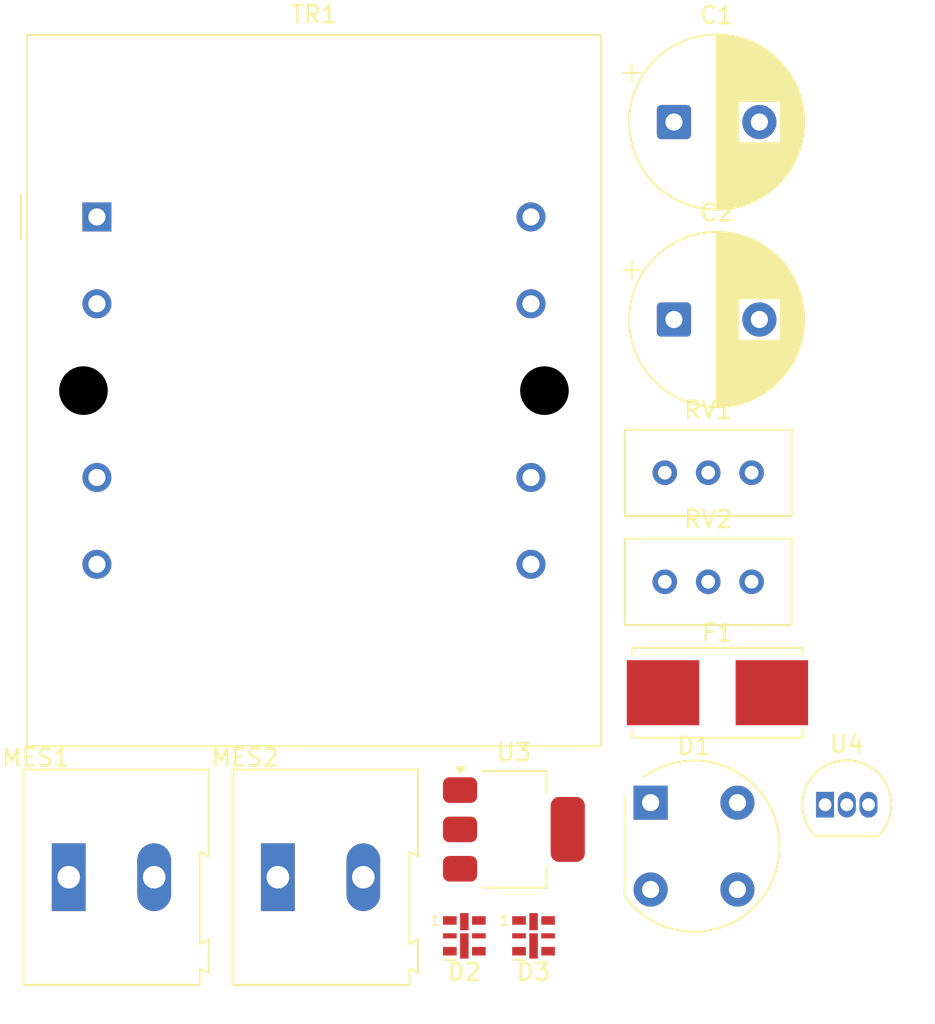
<source format=kicad_pcb>
(kicad_pcb (version 20241229) (generator "pcbnew") (generator_version "9.0")
  (layers (0 "F.Cu" signal) (2 "B.Cu" signal) (13 "F.Paste" user) (15 "B.Paste" user) (5 "F.SilkS" user "F.Silkscreen") (7 "B.SilkS" user "B.Silkscreen") (1 "F.Mask" user) (3 "B.Mask" user) (25 "Edge.Cuts" user))
  (net 0 "")
  (net 1 "Net-(D1--)")
  (net 2 "Net-(D1-Pad4)")
  (net 3 "Net-(D1-+)")
  (net 4 "GND")
  (net 5 "Net-(F1-Pad2)")
  (net 6 "GND1")
  (net 11 "Net-(U3-VO)")
  (net 12 "Net-(U3-VI)")
  (net 13 "Net-(U4-VI)")
  (net 14 "Net-(U4-VO)")
  (net 15 "Net-(D2-K)")
  (net 16 "Net-(D3-K)")
  (net 17 "120 v AC")
  (net 18 "Net-(MES1-Pad2)")
  (footprint "Potentiometer_THT:Potentiometer_Bourns_3296W_Vertical" (layer "F.Cu") (at 174.16 103.96)
    (property "Reference" "RV2" (at -2.54 -3.66 0) (layer "F.SilkS"))
    (property "Value" "R_Potentiometer_Trim_US")
    (fp_line (start -7.415 -2.52) (end -7.415 2.53) (stroke (width 0.12)) (layer "F.SilkS"))
    (fp_line (start -7.415 -2.52) (end 2.335 -2.52) (stroke (width 0.12)) (layer "F.SilkS"))
    (fp_line (start -7.415 2.53) (end 2.335 2.53) (stroke (width 0.12)) (layer "F.SilkS"))
    (fp_line (start 2.335 -2.52) (end 2.335 2.53) (stroke (width 0.12)) (layer "F.SilkS"))
    (pad "1" thru_hole circle (at 0 0) (size 1.44 1.44) (drill 0.8) (layers "*.Cu" "*.Mask") (net 4 "GND"))
    (pad "2" thru_hole circle (at -2.54 0) (size 1.44 1.44) (drill 0.8) (layers "*.Cu" "*.Mask") (net 13 "Net-(U4-VI)"))
    (pad "3" thru_hole circle (at -5.08 0) (size 1.44 1.44) (drill 0.8) (layers "*.Cu" "*.Mask") (net 16 "Net-(D3-K)"))
  )
  (footprint "Capacitor_THT:CP_Radial_D10.0mm_P5.00mm" (layer "F.Cu") (at 169.614646 77.07)
    (property "Reference" "C1" (at 2.5 -6.25 0) (layer "F.SilkS"))
    (property "Value" "2200 micro F")
    (fp_line (start -2.979646 -2.875) (end -1.979646 -2.875) (stroke (width 0.12)) (layer "F.SilkS"))
    (fp_line (start -2.479646 -3.375) (end -2.479646 -2.375) (stroke (width 0.12)) (layer "F.SilkS"))
    (fp_line (start 2.5 -5.08) (end 2.5 5.08) (stroke (width 0.12)) (layer "F.SilkS"))
    (fp_line (start 2.54 -5.08) (end 2.54 5.08) (stroke (width 0.12)) (layer "F.SilkS"))
    (fp_line (start 2.58 -5.079) (end 2.58 5.079) (stroke (width 0.12)) (layer "F.SilkS"))
    (fp_line (start 2.62 -5.079) (end 2.62 5.079) (stroke (width 0.12)) (layer "F.SilkS"))
    (fp_line (start 2.66 -5.077) (end 2.66 5.077) (stroke (width 0.12)) (layer "F.SilkS"))
    (fp_line (start 2.7 -5.076) (end 2.7 5.076) (stroke (width 0.12)) (layer "F.SilkS"))
    (fp_line (start 2.74 -5.074) (end 2.74 5.074) (stroke (width 0.12)) (layer "F.SilkS"))
    (fp_line (start 2.78 -5.072) (end 2.78 5.072) (stroke (width 0.12)) (layer "F.SilkS"))
    (fp_line (start 2.82 -5.07) (end 2.82 5.07) (stroke (width 0.12)) (layer "F.SilkS"))
    (fp_line (start 2.86 -5.067) (end 2.86 5.067) (stroke (width 0.12)) (layer "F.SilkS"))
    (fp_line (start 2.9 -5.064) (end 2.9 5.064) (stroke (width 0.12)) (layer "F.SilkS"))
    (fp_line (start 2.94 -5.061) (end 2.94 5.061) (stroke (width 0.12)) (layer "F.SilkS"))
    (fp_line (start 2.98 -5.057) (end 2.98 5.057) (stroke (width 0.12)) (layer "F.SilkS"))
    (fp_line (start 3.02 -5.054) (end 3.02 5.054) (stroke (width 0.12)) (layer "F.SilkS"))
    (fp_line (start 3.06 -5.049) (end 3.06 5.049) (stroke (width 0.12)) (layer "F.SilkS"))
    (fp_line (start 3.1 -5.045) (end 3.1 5.045) (stroke (width 0.12)) (layer "F.SilkS"))
    (fp_line (start 3.14 -5.04) (end 3.14 5.04) (stroke (width 0.12)) (layer "F.SilkS"))
    (fp_line (start 3.18 -5.035) (end 3.18 5.035) (stroke (width 0.12)) (layer "F.SilkS"))
    (fp_line (start 3.22 -5.029) (end 3.22 5.029) (stroke (width 0.12)) (layer "F.SilkS"))
    (fp_line (start 3.26 -5.023) (end 3.26 5.023) (stroke (width 0.12)) (layer "F.SilkS"))
    (fp_line (start 3.3 -5.017) (end 3.3 5.017) (stroke (width 0.12)) (layer "F.SilkS"))
    (fp_line (start 3.34 -5.011) (end 3.34 5.011) (stroke (width 0.12)) (layer "F.SilkS"))
    (fp_line (start 3.38 -5.004) (end 3.38 5.004) (stroke (width 0.12)) (layer "F.SilkS"))
    (fp_line (start 3.42 -4.997) (end 3.42 4.997) (stroke (width 0.12)) (layer "F.SilkS"))
    (fp_line (start 3.46 -4.989) (end 3.46 4.989) (stroke (width 0.12)) (layer "F.SilkS"))
    (fp_line (start 3.5 -4.981) (end 3.5 4.981) (stroke (width 0.12)) (layer "F.SilkS"))
    (fp_line (start 3.54 -4.973) (end 3.54 4.973) (stroke (width 0.12)) (layer "F.SilkS"))
    (fp_line (start 3.58 -4.965) (end 3.58 4.965) (stroke (width 0.12)) (layer "F.SilkS"))
    (fp_line (start 3.62 -4.956) (end 3.62 4.956) (stroke (width 0.12)) (layer "F.SilkS"))
    (fp_line (start 3.66 -4.947) (end 3.66 4.947) (stroke (width 0.12)) (layer "F.SilkS"))
    (fp_line (start 3.7 -4.937) (end 3.7 4.937) (stroke (width 0.12)) (layer "F.SilkS"))
    (fp_line (start 3.74 -4.928) (end 3.74 4.928) (stroke (width 0.12)) (layer "F.SilkS"))
    (fp_line (start 3.78 -4.917) (end 3.78 -1.24) (stroke (width 0.12)) (layer "F.SilkS"))
    (fp_line (start 3.78 1.24) (end 3.78 4.917) (stroke (width 0.12)) (layer "F.SilkS"))
    (fp_line (start 3.82 -4.907) (end 3.82 -1.24) (stroke (width 0.12)) (layer "F.SilkS"))
    (fp_line (start 3.82 1.24) (end 3.82 4.907) (stroke (width 0.12)) (layer "F.SilkS"))
    (fp_line (start 3.86 -4.896) (end 3.86 -1.24) (stroke (width 0.12)) (layer "F.SilkS"))
    (fp_line (start 3.86 1.24) (end 3.86 4.896) (stroke (width 0.12)) (layer "F.SilkS"))
    (fp_line (start 3.9 -4.885) (end 3.9 -1.24) (stroke (width 0.12)) (layer "F.SilkS"))
    (fp_line (start 3.9 1.24) (end 3.9 4.885) (stroke (width 0.12)) (layer "F.SilkS"))
    (fp_line (start 3.94 -4.873) (end 3.94 -1.24) (stroke (width 0.12)) (layer "F.SilkS"))
    (fp_line (start 3.94 1.24) (end 3.94 4.873) (stroke (width 0.12)) (layer "F.SilkS"))
    (fp_line (start 3.98 -4.861) (end 3.98 -1.24) (stroke (width 0.12)) (layer "F.SilkS"))
    (fp_line (start 3.98 1.24) (end 3.98 4.861) (stroke (width 0.12)) (layer "F.SilkS"))
    (fp_line (start 4.02 -4.849) (end 4.02 -1.24) (stroke (width 0.12)) (layer "F.SilkS"))
    (fp_line (start 4.02 1.24) (end 4.02 4.849) (stroke (width 0.12)) (layer "F.SilkS"))
    (fp_line (start 4.06 -4.837) (end 4.06 -1.24) (stroke (width 0.12)) (layer "F.SilkS"))
    (fp_line (start 4.06 1.24) (end 4.06 4.837) (stroke (width 0.12)) (layer "F.SilkS"))
    (fp_line (start 4.1 -4.824) (end 4.1 -1.24) (stroke (width 0.12)) (layer "F.SilkS"))
    (fp_line (start 4.1 1.24) (end 4.1 4.824) (stroke (width 0.12)) (layer "F.SilkS"))
    (fp_line (start 4.14 -4.81) (end 4.14 -1.24) (stroke (width 0.12)) (layer "F.SilkS"))
    (fp_line (start 4.14 1.24) (end 4.14 4.81) (stroke (width 0.12)) (layer "F.SilkS"))
    (fp_line (start 4.18 -4.797) (end 4.18 -1.24) (stroke (width 0.12)) (layer "F.SilkS"))
    (fp_line (start 4.18 1.24) (end 4.18 4.797) (stroke (width 0.12)) (layer "F.SilkS"))
    (fp_line (start 4.22 -4.782) (end 4.22 -1.24) (stroke (width 0.12)) (layer "F.SilkS"))
    (fp_line (start 4.22 1.24) (end 4.22 4.782) (stroke (width 0.12)) (layer "F.SilkS"))
    (fp_line (start 4.26 -4.768) (end 4.26 -1.24) (stroke (width 0.12)) (layer "F.SilkS"))
    (fp_line (start 4.26 1.24) (end 4.26 4.768) (stroke (width 0.12)) (layer "F.SilkS"))
    (fp_line (start 4.3 -4.753) (end 4.3 -1.24) (stroke (width 0.12)) (layer "F.SilkS"))
    (fp_line (start 4.3 1.24) (end 4.3 4.753) (stroke (width 0.12)) (layer "F.SilkS"))
    (fp_line (start 4.34 -4.738) (end 4.34 -1.24) (stroke (width 0.12)) (layer "F.SilkS"))
    (fp_line (start 4.34 1.24) (end 4.34 4.738) (stroke (width 0.12)) (layer "F.SilkS"))
    (fp_line (start 4.38 -4.722) (end 4.38 -1.24) (stroke (width 0.12)) (layer "F.SilkS"))
    (fp_line (start 4.38 1.24) (end 4.38 4.722) (stroke (width 0.12)) (layer "F.SilkS"))
    (fp_line (start 4.42 -4.706) (end 4.42 -1.24) (stroke (width 0.12)) (layer "F.SilkS"))
    (fp_line (start 4.42 1.24) (end 4.42 4.706) (stroke (width 0.12)) (layer "F.SilkS"))
    (fp_line (start 4.46 -4.69) (end 4.46 -1.24) (stroke (width 0.12)) (layer "F.SilkS"))
    (fp_line (start 4.46 1.24) (end 4.46 4.69) (stroke (width 0.12)) (layer "F.SilkS"))
    (fp_line (start 4.5 -4.673) (end 4.5 -1.24) (stroke (width 0.12)) (layer "F.SilkS"))
    (fp_line (start 4.5 1.24) (end 4.5 4.673) (stroke (width 0.12)) (layer "F.SilkS"))
    (fp_line (start 4.54 -4.656) (end 4.54 -1.24) (stroke (width 0.12)) (layer "F.SilkS"))
    (fp_line (start 4.54 1.24) (end 4.54 4.656) (stroke (width 0.12)) (layer "F.SilkS"))
    (fp_line (start 4.58 -4.638) (end 4.58 -1.24) (stroke (width 0.12)) (layer "F.SilkS"))
    (fp_line (start 4.58 1.24) (end 4.58 4.638) (stroke (width 0.12)) (layer "F.SilkS"))
    (fp_line (start 4.62 -4.62) (end 4.62 -1.24) (stroke (width 0.12)) (layer "F.SilkS"))
    (fp_line (start 4.62 1.24) (end 4.62 4.62) (stroke (width 0.12)) (layer "F.SilkS"))
    (fp_line (start 4.66 -4.602) (end 4.66 -1.24) (stroke (width 0.12)) (layer "F.SilkS"))
    (fp_line (start 4.66 1.24) (end 4.66 4.602) (stroke (width 0.12)) (layer "F.SilkS"))
    (fp_line (start 4.7 -4.583) (end 4.7 -1.24) (stroke (width 0.12)) (layer "F.SilkS"))
    (fp_line (start 4.7 1.24) (end 4.7 4.583) (stroke (width 0.12)) (layer "F.SilkS"))
    (fp_line (start 4.74 -4.564) (end 4.74 -1.24) (stroke (width 0.12)) (layer "F.SilkS"))
    (fp_line (start 4.74 1.24) (end 4.74 4.564) (stroke (width 0.12)) (layer "F.SilkS"))
    (fp_line (start 4.78 -4.544) (end 4.78 -1.24) (stroke (width 0.12)) (layer "F.SilkS"))
    (fp_line (start 4.78 1.24) (end 4.78 4.544) (stroke (width 0.12)) (layer "F.SilkS"))
    (fp_line (start 4.82 -4.524) (end 4.82 -1.24) (stroke (width 0.12)) (layer "F.SilkS"))
    (fp_line (start 4.82 1.24) (end 4.82 4.524) (stroke (width 0.12)) (layer "F.SilkS"))
    (fp_line (start 4.86 -4.504) (end 4.86 -1.24) (stroke (width 0.12)) (layer "F.SilkS"))
    (fp_line (start 4.86 1.24) (end 4.86 4.504) (stroke (width 0.12)) (layer "F.SilkS"))
    (fp_line (start 4.9 -4.483) (end 4.9 -1.24) (stroke (width 0.12)) (layer "F.SilkS"))
    (fp_line (start 4.9 1.24) (end 4.9 4.483) (stroke (width 0.12)) (layer "F.SilkS"))
    (fp_line (start 4.94 -4.461) (end 4.94 -1.24) (stroke (width 0.12)) (layer "F.SilkS"))
    (fp_line (start 4.94 1.24) (end 4.94 4.461) (stroke (width 0.12)) (layer "F.SilkS"))
    (fp_line (start 4.98 -4.439) (end 4.98 -1.24) (stroke (width 0.12)) (layer "F.SilkS"))
    (fp_line (start 4.98 1.24) (end 4.98 4.439) (stroke (width 0.12)) (layer "F.SilkS"))
    (fp_line (start 5.02 -4.417) (end 5.02 -1.24) (stroke (width 0.12)) (layer "F.SilkS"))
    (fp_line (start 5.02 1.24) (end 5.02 4.417) (stroke (width 0.12)) (layer "F.SilkS"))
    (fp_line (start 5.06 -4.394) (end 5.06 -1.24) (stroke (width 0.12)) (layer "F.SilkS"))
    (fp_line (start 5.06 1.24) (end 5.06 4.394) (stroke (width 0.12)) (layer "F.SilkS"))
    (fp_line (start 5.1 -4.371) (end 5.1 -1.24) (stroke (width 0.12)) (layer "F.SilkS"))
    (fp_line (start 5.1 1.24) (end 5.1 4.371) (stroke (width 0.12)) (layer "F.SilkS"))
    (fp_line (start 5.14 -4.347) (end 5.14 -1.24) (stroke (width 0.12)) (layer "F.SilkS"))
    (fp_line (start 5.14 1.24) (end 5.14 4.347) (stroke (width 0.12)) (layer "F.SilkS"))
    (fp_line (start 5.18 -4.323) (end 5.18 -1.24) (stroke (width 0.12)) (layer "F.SilkS"))
    (fp_line (start 5.18 1.24) (end 5.18 4.323) (stroke (width 0.12)) (layer "F.SilkS"))
    (fp_line (start 5.22 -4.298) (end 5.22 -1.24) (stroke (width 0.12)) (layer "F.SilkS"))
    (fp_line (start 5.22 1.24) (end 5.22 4.298) (stroke (width 0.12)) (layer "F.SilkS"))
    (fp_line (start 5.26 -4.272) (end 5.26 -1.24) (stroke (width 0.12)) (layer "F.SilkS"))
    (fp_line (start 5.26 1.24) (end 5.26 4.272) (stroke (width 0.12)) (layer "F.SilkS"))
    (fp_line (start 5.3 -4.247) (end 5.3 -1.24) (stroke (width 0.12)) (layer "F.SilkS"))
    (fp_line (start 5.3 1.24) (end 5.3 4.247) (stroke (width 0.12)) (layer "F.SilkS"))
    (fp_line (start 5.34 -4.22) (end 5.34 -1.24) (stroke (width 0.12)) (layer "F.SilkS"))
    (fp_line (start 5.34 1.24) (end 5.34 4.22) (stroke (width 0.12)) (layer "F.SilkS"))
    (fp_line (start 5.38 -4.193) (end 5.38 -1.24) (stroke (width 0.12)) (layer "F.SilkS"))
    (fp_line (start 5.38 1.24) (end 5.38 4.193) (stroke (width 0.12)) (layer "F.SilkS"))
    (fp_line (start 5.42 -4.166) (end 5.42 -1.24) (stroke (width 0.12)) (layer "F.SilkS"))
    (fp_line (start 5.42 1.24) (end 5.42 4.166) (stroke (width 0.12)) (layer "F.SilkS"))
    (fp_line (start 5.46 -4.138) (end 5.46 -1.24) (stroke (width 0.12)) (layer "F.SilkS"))
    (fp_line (start 5.46 1.24) (end 5.46 4.138) (stroke (width 0.12)) (layer "F.SilkS"))
    (fp_line (start 5.5 -4.109) (end 5.5 -1.24) (stroke (width 0.12)) (layer "F.SilkS"))
    (fp_line (start 5.5 1.24) (end 5.5 4.109) (stroke (width 0.12)) (layer "F.SilkS"))
    (fp_line (start 5.54 -4.08) (end 5.54 -1.24) (stroke (width 0.12)) (layer "F.SilkS"))
    (fp_line (start 5.54 1.24) (end 5.54 4.08) (stroke (width 0.12)) (layer "F.SilkS"))
    (fp_line (start 5.58 -4.05) (end 5.58 -1.24) (stroke (width 0.12)) (layer "F.SilkS"))
    (fp_line (start 5.58 1.24) (end 5.58 4.05) (stroke (width 0.12)) (layer "F.SilkS"))
    (fp_line (start 5.62 -4.02) (end 5.62 -1.24) (stroke (width 0.12)) (layer "F.SilkS"))
    (fp_line (start 5.62 1.24) (end 5.62 4.02) (stroke (width 0.12)) (layer "F.SilkS"))
    (fp_line (start 5.66 -3.988) (end 5.66 -1.24) (stroke (width 0.12)) (layer "F.SilkS"))
    (fp_line (start 5.66 1.24) (end 5.66 3.988) (stroke (width 0.12)) (layer "F.SilkS"))
    (fp_line (start 5.7 -3.957) (end 5.7 -1.24) (stroke (width 0.12)) (layer "F.SilkS"))
    (fp_line (start 5.7 1.24) (end 5.7 3.957) (stroke (width 0.12)) (layer "F.SilkS"))
    (fp_line (start 5.74 -3.924) (end 5.74 -1.24) (stroke (width 0.12)) (layer "F.SilkS"))
    (fp_line (start 5.74 1.24) (end 5.74 3.924) (stroke (width 0.12)) (layer "F.SilkS"))
    (fp_line (start 5.78 -3.891) (end 5.78 -1.24) (stroke (width 0.12)) (layer "F.SilkS"))
    (fp_line (start 5.78 1.24) (end 5.78 3.891) (stroke (width 0.12)) (layer "F.SilkS"))
    (fp_line (start 5.82 -3.858) (end 5.82 -1.24) (stroke (width 0.12)) (layer "F.SilkS"))
    (fp_line (start 5.82 1.24) (end 5.82 3.858) (stroke (width 0.12)) (layer "F.SilkS"))
    (fp_line (start 5.86 -3.823) (end 5.86 -1.24) (stroke (width 0.12)) (layer "F.SilkS"))
    (fp_line (start 5.86 1.24) (end 5.86 3.823) (stroke (width 0.12)) (layer "F.SilkS"))
    (fp_line (start 5.9 -3.788) (end 5.9 -1.24) (stroke (width 0.12)) (layer "F.SilkS"))
    (fp_line (start 5.9 1.24) (end 5.9 3.788) (stroke (width 0.12)) (layer "F.SilkS"))
    (fp_line (start 5.94 -3.752) (end 5.94 -1.24) (stroke (width 0.12)) (layer "F.SilkS"))
    (fp_line (start 5.94 1.24) (end 5.94 3.752) (stroke (width 0.12)) (layer "F.SilkS"))
    (fp_line (start 5.98 -3.716) (end 5.98 -1.24) (stroke (width 0.12)) (layer "F.SilkS"))
    (fp_line (start 5.98 1.24) (end 5.98 3.716) (stroke (width 0.12)) (layer "F.SilkS"))
    (fp_line (start 6.02 -3.678) (end 6.02 -1.24) (stroke (width 0.12)) (layer "F.SilkS"))
    (fp_line (start 6.02 1.24) (end 6.02 3.678) (stroke (width 0.12)) (layer "F.SilkS"))
    (fp_line (start 6.06 -3.64) (end 6.06 -1.24) (stroke (width 0.12)) (layer "F.SilkS"))
    (fp_line (start 6.06 1.24) (end 6.06 3.64) (stroke (width 0.12)) (layer "F.SilkS"))
    (fp_line (start 6.1 -3.601) (end 6.1 -1.24) (stroke (width 0.12)) (layer "F.SilkS"))
    (fp_line (start 6.1 1.24) (end 6.1 3.601) (stroke (width 0.12)) (layer "F.SilkS"))
    (fp_line (start 6.14 -3.561) (end 6.14 -1.24) (stroke (width 0.12)) (layer "F.SilkS"))
    (fp_line (start 6.14 1.24) (end 6.14 3.561) (stroke (width 0.12)) (layer "F.SilkS"))
    (fp_line (start 6.18 -3.52) (end 6.18 -1.24) (stroke (width 0.12)) (layer "F.SilkS"))
    (fp_line (start 6.18 1.24) (end 6.18 3.52) (stroke (width 0.12)) (layer "F.SilkS"))
    (fp_line (start 6.22 -3.478) (end 6.22 -1.24) (stroke (width 0.12)) (layer "F.SilkS"))
    (fp_line (start 6.22 1.24) (end 6.22 3.478) (stroke (width 0.12)) (layer "F.SilkS"))
    (fp_line (start 6.26 -3.435) (end 6.26 3.435) (stroke (width 0.12)) (layer "F.SilkS"))
    (fp_line (start 6.3 -3.391) (end 6.3 3.391) (stroke (width 0.12)) (layer "F.SilkS"))
    (fp_line (start 6.34 -3.347) (end 6.34 3.347) (stroke (width 0.12)) (layer "F.SilkS"))
    (fp_line (start 6.38 -3.301) (end 6.38 3.301) (stroke (width 0.12)) (layer "F.SilkS"))
    (fp_line (start 6.42 -3.254) (end 6.42 3.254) (stroke (width 0.12)) (layer "F.SilkS"))
    (fp_line (start 6.46 -3.205) (end 6.46 3.205) (stroke (width 0.12)) (layer "F.SilkS"))
    (fp_line (start 6.5 -3.156) (end 6.5 3.156) (stroke (width 0.12)) (layer "F.SilkS"))
    (fp_line (start 6.54 -3.105) (end 6.54 3.105) (stroke (width 0.12)) (layer "F.SilkS"))
    (fp_line (start 6.58 -3.053) (end 6.58 3.053) (stroke (width 0.12)) (layer "F.SilkS"))
    (fp_line (start 6.62 -3) (end 6.62 3) (stroke (width 0.12)) (layer "F.SilkS"))
    (fp_line (start 6.66 -2.945) (end 6.66 2.945) (stroke (width 0.12)) (layer "F.SilkS"))
    (fp_line (start 6.7 -2.888) (end 6.7 2.888) (stroke (width 0.12)) (layer "F.SilkS"))
    (fp_line (start 6.74 -2.83) (end 6.74 2.83) (stroke (width 0.12)) (layer "F.SilkS"))
    (fp_line (start 6.78 -2.77) (end 6.78 2.77) (stroke (width 0.12)) (layer "F.SilkS"))
    (fp_line (start 6.82 -2.708) (end 6.82 2.708) (stroke (width 0.12)) (layer "F.SilkS"))
    (fp_line (start 6.86 -2.644) (end 6.86 2.644) (stroke (width 0.12)) (layer "F.SilkS"))
    (fp_line (start 6.9 -2.578) (end 6.9 2.578) (stroke (width 0.12)) (layer "F.SilkS"))
    (fp_line (start 6.94 -2.51) (end 6.94 2.51) (stroke (width 0.12)) (layer "F.SilkS"))
    (fp_line (start 6.98 -2.439) (end 6.98 2.439) (stroke (width 0.12)) (layer "F.SilkS"))
    (fp_line (start 7.02 -2.365) (end 7.02 2.365) (stroke (width 0.12)) (layer "F.SilkS"))
    (fp_line (start 7.06 -2.288) (end 7.06 2.288) (stroke (width 0.12)) (layer "F.SilkS"))
    (fp_line (start 7.1 -2.208) (end 7.1 2.208) (stroke (width 0.12)) (layer "F.SilkS"))
    (fp_line (start 7.14 -2.124) (end 7.14 2.124) (stroke (width 0.12)) (layer "F.SilkS"))
    (fp_line (start 7.18 -2.037) (end 7.18 2.037) (stroke (width 0.12)) (layer "F.SilkS"))
    (fp_line (start 7.22 -1.944) (end 7.22 1.944) (stroke (width 0.12)) (layer "F.SilkS"))
    (fp_line (start 7.26 -1.846) (end 7.26 1.846) (stroke (width 0.12)) (layer "F.SilkS"))
    (fp_line (start 7.3 -1.742) (end 7.3 1.742) (stroke (width 0.12)) (layer "F.SilkS"))
    (fp_line (start 7.34 -1.63) (end 7.34 1.63) (stroke (width 0.12)) (layer "F.SilkS"))
    (fp_line (start 7.38 -1.509) (end 7.38 1.509) (stroke (width 0.12)) (layer "F.SilkS"))
    (fp_line (start 7.42 -1.377) (end 7.42 1.377) (stroke (width 0.12)) (layer "F.SilkS"))
    (fp_line (start 7.46 -1.23) (end 7.46 1.23) (stroke (width 0.12)) (layer "F.SilkS"))
    (fp_line (start 7.5 -1.062) (end 7.5 1.062) (stroke (width 0.12)) (layer "F.SilkS"))
    (fp_line (start 7.54 -0.862) (end 7.54 0.862) (stroke (width 0.12)) (layer "F.SilkS"))
    (fp_line (start 7.58 -0.599) (end 7.58 0.599) (stroke (width 0.12)) (layer "F.SilkS"))
    (fp_circle (center 2.5 0) (end 7.62 0) (stroke (width 0.12)) (fill no) (layer "F.SilkS"))
    (pad "1" thru_hole roundrect (at 0 0) (size 2 2) (drill 1) (layers "*.Cu" "*.Mask") (roundrect_rratio 0.125) (net 11 "Net-(U3-VO)"))
    (pad "2" thru_hole circle (at 5 0) (size 2 2) (drill 1) (layers "*.Cu" "*.Mask") (net 3 "Net-(D1-+)"))
  )
  (footprint "Transformer_THT:Transformer_Triad_VPP16-310" (layer "F.Cu") (at 135.85 82.62)
    (property "Reference" "TR1" (at 12.7 -11.84 0) (layer "F.SilkS"))
    (property "Value" "Triad_VPP16-310")
    (fp_line (start -4.445 -1.27) (end -4.445 1.27) (stroke (width 0.12)) (layer "F.SilkS"))
    (fp_rect (start -4.1 -10.64) (end 29.5 30.96) (stroke (width 0.12)) (fill no) (layer "F.SilkS"))
    (pad "" np_thru_hole circle (at -0.7874 10.16) (size 2.8448 2.8448) (drill 2.8448) (layers "*.Mask"))
    (pad "" np_thru_hole circle (at 26.1874 10.16) (size 2.8448 2.8448) (drill 2.8448) (layers "*.Mask"))
    (pad "1" thru_hole rect (at 0 0) (size 1.7 1.7) (drill 1) (layers "*.Cu" "*.Mask") (net 5 "Net-(F1-Pad2)"))
    (pad "3" thru_hole circle (at 0 5.08) (size 1.7 1.7) (drill 1) (layers "*.Cu" "*.Mask"))
    (pad "4" thru_hole circle (at 0 15.24) (size 1.7 1.7) (drill 1) (layers "*.Cu" "*.Mask"))
    (pad "6" thru_hole circle (at 0 20.32) (size 1.7 1.7) (drill 1) (layers "*.Cu" "*.Mask") (net 6 "GND1"))
    (pad "7" thru_hole circle (at 25.4 0) (size 1.7 1.7) (drill 1) (layers "*.Cu" "*.Mask") (net 2 "Net-(D1-Pad4)"))
    (pad "9" thru_hole circle (at 25.4 5.08) (size 1.7 1.7) (drill 1) (layers "*.Cu" "*.Mask"))
    (pad "10" thru_hole circle (at 25.4 15.24) (size 1.7 1.7) (drill 1) (layers "*.Cu" "*.Mask"))
    (pad "12" thru_hole circle (at 25.4 20.32) (size 1.7 1.7) (drill 1) (layers "*.Cu" "*.Mask") (net 4 "GND"))
  )
  (footprint "LED_SMD:LED-APA102-2020" (layer "F.Cu") (at 161.4 124.67)
    (property "Reference" "D3" (at 0 2.11 0) (layer "F.SilkS"))
    (property "Value" "LED")
    (fp_line (start -1.2 1.4) (end -0.5 1.4) (stroke (width 0.12)) (layer "F.SilkS"))
    (fp_text user "1" (at -1.7 -0.9 0) (layer "F.SilkS") (effects (font (size 0.6 0.6) (thickness 0.1))))
    (pad "1" smd rect (at -0.85 -0.9) (size 0.8 0.5) (layers "F.Cu" "F.Mask" "F.Paste") (net 16 "Net-(D3-K)"))
    (pad "1" smd rect (at 0 -0.83 90) (size 1 0.5) (layers "F.Cu" "F.Mask" "F.Paste") (net 16 "Net-(D3-K)"))
    (pad "2" smd rect (at -0.85 0) (size 0.8 0.3) (layers "F.Cu" "F.Mask" "F.Paste") (net 4 "GND"))
    (pad "3" smd rect (at -0.85 0.9) (size 0.8 0.5) (layers "F.Cu" "F.Mask" "F.Paste"))
    (pad "4" smd rect (at 0.85 0.9) (size 0.8 0.5) (layers "F.Cu" "F.Mask" "F.Paste"))
    (pad "5" smd rect (at 0.85 0) (size 0.8 0.3) (layers "F.Cu" "F.Mask" "F.Paste"))
    (pad "6" smd rect (at 0 0.59 90) (size 1.48 0.5) (layers "F.Cu" "F.Mask" "F.Paste"))
    (pad "6" smd rect (at 0.85 -0.9) (size 0.8 0.5) (layers "F.Cu" "F.Mask" "F.Paste"))
  )
  (footprint "TerminalBlock:TerminalBlock_Altech_AK300-2_P5.00mm" (layer "F.Cu") (at 146.44 121.24)
    (property "Reference" "MES2" (at -1.92 -6.99 0) (layer "F.SilkS"))
    (property "Value" "Ammeter_AC")
    (fp_line (start -2.65 -6.3) (end -2.65 6.3) (stroke (width 0.12)) (layer "F.SilkS"))
    (fp_line (start -2.65 6.3) (end 7.7 6.3) (stroke (width 0.12)) (layer "F.SilkS"))
    (fp_line (start 7.7 -1.5) (end 8.2 -1.2) (stroke (width 0.12)) (layer "F.SilkS"))
    (fp_line (start 7.7 3.9) (end 7.7 -1.5) (stroke (width 0.12)) (layer "F.SilkS"))
    (fp_line (start 7.7 5.35) (end 8.2 5.6) (stroke (width 0.12)) (layer "F.SilkS"))
    (fp_line (start 7.7 6.3) (end 7.7 5.35) (stroke (width 0.12)) (layer "F.SilkS"))
    (fp_line (start 8.2 -6.3) (end -2.65 -6.3) (stroke (width 0.12)) (layer "F.SilkS"))
    (fp_line (start 8.2 -1.2) (end 8.2 -6.3) (stroke (width 0.12)) (layer "F.SilkS"))
    (fp_line (start 8.2 3.65) (end 7.7 3.9) (stroke (width 0.12)) (layer "F.SilkS"))
    (fp_line (start 8.2 3.7) (end 8.2 3.65) (stroke (width 0.12)) (layer "F.SilkS"))
    (fp_line (start 8.2 5.6) (end 8.2 3.7) (stroke (width 0.12)) (layer "F.SilkS"))
    (pad "1" thru_hole rect (at 0 0) (size 1.98 3.96) (drill 1.32) (layers "*.Cu" "*.Mask") (net 18 "Net-(MES1-Pad2)"))
    (pad "2" thru_hole oval (at 5 0) (size 1.98 3.96) (drill 1.32) (layers "*.Cu" "*.Mask") (net 17 "120 v AC"))
  )
  (footprint "Potentiometer_THT:Potentiometer_Bourns_3296W_Vertical" (layer "F.Cu") (at 174.16 97.58)
    (property "Reference" "RV1" (at -2.54 -3.66 0) (layer "F.SilkS"))
    (property "Value" "R_Potentiometer_Trim_US")
    (fp_line (start -7.415 -2.52) (end -7.415 2.53) (stroke (width 0.12)) (layer "F.SilkS"))
    (fp_line (start -7.415 -2.52) (end 2.335 -2.52) (stroke (width 0.12)) (layer "F.SilkS"))
    (fp_line (start -7.415 2.53) (end 2.335 2.53) (stroke (width 0.12)) (layer "F.SilkS"))
    (fp_line (start 2.335 -2.52) (end 2.335 2.53) (stroke (width 0.12)) (layer "F.SilkS"))
    (pad "1" thru_hole circle (at 0 0) (size 1.44 1.44) (drill 0.8) (layers "*.Cu" "*.Mask") (net 15 "Net-(D2-K)"))
    (pad "2" thru_hole circle (at -2.54 0) (size 1.44 1.44) (drill 0.8) (layers "*.Cu" "*.Mask") (net 12 "Net-(U3-VI)"))
    (pad "3" thru_hole circle (at -5.08 0) (size 1.44 1.44) (drill 0.8) (layers "*.Cu" "*.Mask") (net 4 "GND"))
  )
  (footprint "Diode_THT:Diode_Bridge_Round_D9.8mm" (layer "F.Cu") (at 168.25 116.88)
    (property "Reference" "D1" (at 2.54 -3.302 0) (layer "F.SilkS"))
    (property "Value" "W01G")
    (fp_line (start -1.524 -0.381) (end -1.524 5.461) (stroke (width 0.12)) (layer "F.SilkS"))
    (fp_arc (start -0.381 -1.524) (mid 7.479141 3.348223) (end -1.524 5.461) (stroke (width 0.12)) (layer "F.SilkS"))
    (pad "1" thru_hole rect (at 0 0) (size 2 2) (drill 1) (layers "*.Cu" "*.Mask") (net 3 "Net-(D1-+)"))
    (pad "2" thru_hole oval (at 0 5.08) (size 2 2) (drill 1) (layers "*.Cu" "*.Mask") (net 4 "GND"))
    (pad "3" thru_hole oval (at 5.08 5.08) (size 2 2) (drill 1) (layers "*.Cu" "*.Mask") (net 1 "Net-(D1--)"))
    (pad "4" thru_hole oval (at 5.08 0) (size 2 2) (drill 1) (layers "*.Cu" "*.Mask") (net 2 "Net-(D1-Pad4)"))
  )
  (footprint "Fuse:Fuseholder_Littelfuse_Nano2_154x" (layer "F.Cu") (at 172.16 110.45)
    (property "Reference" "F1" (at 0 -3.5 0) (layer "F.SilkS"))
    (property "Value" "Fuse")
    (fp_line (start -4.975 -2.625) (end -4.975 -2.165) (stroke (width 0.12)) (layer "F.SilkS"))
    (fp_line (start -4.975 -2.625) (end 4.975 -2.625) (stroke (width 0.12)) (layer "F.SilkS"))
    (fp_line (start -4.975 2.165) (end -4.975 2.625) (stroke (width 0.12)) (layer "F.SilkS"))
    (fp_line (start -4.975 2.625) (end 4.975 2.625) (stroke (width 0.12)) (layer "F.SilkS"))
    (fp_line (start 4.975 -2.625) (end 4.975 -2.165) (stroke (width 0.12)) (layer "F.SilkS"))
    (fp_line (start 4.975 2.625) (end 4.975 2.165) (stroke (width 0.12)) (layer "F.SilkS"))
    (pad "1" smd rect (at -3.185 0) (size 4.24 3.81) (layers "F.Cu" "F.Mask" "F.Paste") (net 17 "120 v AC"))
    (pad "2" smd rect (at 3.185 0) (size 4.24 3.81) (layers "F.Cu" "F.Mask" "F.Paste") (net 5 "Net-(F1-Pad2)"))
  )
  (footprint "Package_TO_SOT_THT:TO-92_Inline" (layer "F.Cu") (at 178.46 117)
    (property "Reference" "U4" (at 1.27 -3.56 0) (layer "F.SilkS"))
    (property "Value" "LM337L_TO92")
    (fp_line (start -0.53 1.85) (end 3.07 1.85) (stroke (width 0.12)) (layer "F.SilkS"))
    (fp_arc (start -0.568478 1.838478) (mid -1.132087 -0.994977) (end 1.27 -2.6) (stroke (width 0.12)) (layer "F.SilkS"))
    (fp_arc (start 1.27 -2.6) (mid 3.672087 -0.994977) (end 3.108478 1.838478) (stroke (width 0.12)) (layer "F.SilkS"))
    (pad "1" thru_hole rect (at 0 0) (size 1.05 1.5) (drill 0.75) (layers "*.Cu" "*.Mask") (net 4 "GND"))
    (pad "2" thru_hole oval (at 1.27 0) (size 1.05 1.5) (drill 0.75) (layers "*.Cu" "*.Mask") (net 14 "Net-(U4-VO)"))
    (pad "3" thru_hole oval (at 2.54 0) (size 1.05 1.5) (drill 0.75) (layers "*.Cu" "*.Mask") (net 13 "Net-(U4-VI)"))
  )
  (footprint "Capacitor_THT:CP_Radial_D10.0mm_P5.00mm" (layer "F.Cu") (at 169.614646 88.62)
    (property "Reference" "C2" (at 2.5 -6.25 0) (layer "F.SilkS"))
    (property "Value" "C_US")
    (fp_line (start -2.979646 -2.875) (end -1.979646 -2.875) (stroke (width 0.12)) (layer "F.SilkS"))
    (fp_line (start -2.479646 -3.375) (end -2.479646 -2.375) (stroke (width 0.12)) (layer "F.SilkS"))
    (fp_line (start 2.5 -5.08) (end 2.5 5.08) (stroke (width 0.12)) (layer "F.SilkS"))
    (fp_line (start 2.54 -5.08) (end 2.54 5.08) (stroke (width 0.12)) (layer "F.SilkS"))
    (fp_line (start 2.58 -5.079) (end 2.58 5.079) (stroke (width 0.12)) (layer "F.SilkS"))
    (fp_line (start 2.62 -5.079) (end 2.62 5.079) (stroke (width 0.12)) (layer "F.SilkS"))
    (fp_line (start 2.66 -5.077) (end 2.66 5.077) (stroke (width 0.12)) (layer "F.SilkS"))
    (fp_line (start 2.7 -5.076) (end 2.7 5.076) (stroke (width 0.12)) (layer "F.SilkS"))
    (fp_line (start 2.74 -5.074) (end 2.74 5.074) (stroke (width 0.12)) (layer "F.SilkS"))
    (fp_line (start 2.78 -5.072) (end 2.78 5.072) (stroke (width 0.12)) (layer "F.SilkS"))
    (fp_line (start 2.82 -5.07) (end 2.82 5.07) (stroke (width 0.12)) (layer "F.SilkS"))
    (fp_line (start 2.86 -5.067) (end 2.86 5.067) (stroke (width 0.12)) (layer "F.SilkS"))
    (fp_line (start 2.9 -5.064) (end 2.9 5.064) (stroke (width 0.12)) (layer "F.SilkS"))
    (fp_line (start 2.94 -5.061) (end 2.94 5.061) (stroke (width 0.12)) (layer "F.SilkS"))
    (fp_line (start 2.98 -5.057) (end 2.98 5.057) (stroke (width 0.12)) (layer "F.SilkS"))
    (fp_line (start 3.02 -5.054) (end 3.02 5.054) (stroke (width 0.12)) (layer "F.SilkS"))
    (fp_line (start 3.06 -5.049) (end 3.06 5.049) (stroke (width 0.12)) (layer "F.SilkS"))
    (fp_line (start 3.1 -5.045) (end 3.1 5.045) (stroke (width 0.12)) (layer "F.SilkS"))
    (fp_line (start 3.14 -5.04) (end 3.14 5.04) (stroke (width 0.12)) (layer "F.SilkS"))
    (fp_line (start 3.18 -5.035) (end 3.18 5.035) (stroke (width 0.12)) (layer "F.SilkS"))
    (fp_line (start 3.22 -5.029) (end 3.22 5.029) (stroke (width 0.12)) (layer "F.SilkS"))
    (fp_line (start 3.26 -5.023) (end 3.26 5.023) (stroke (width 0.12)) (layer "F.SilkS"))
    (fp_line (start 3.3 -5.017) (end 3.3 5.017) (stroke (width 0.12)) (layer "F.SilkS"))
    (fp_line (start 3.34 -5.011) (end 3.34 5.011) (stroke (width 0.12)) (layer "F.SilkS"))
    (fp_line (start 3.38 -5.004) (end 3.38 5.004) (stroke (width 0.12)) (layer "F.SilkS"))
    (fp_line (start 3.42 -4.997) (end 3.42 4.997) (stroke (width 0.12)) (layer "F.SilkS"))
    (fp_line (start 3.46 -4.989) (end 3.46 4.989) (stroke (width 0.12)) (layer "F.SilkS"))
    (fp_line (start 3.5 -4.981) (end 3.5 4.981) (stroke (width 0.12)) (layer "F.SilkS"))
    (fp_line (start 3.54 -4.973) (end 3.54 4.973) (stroke (width 0.12)) (layer "F.SilkS"))
    (fp_line (start 3.58 -4.965) (end 3.58 4.965) (stroke (width 0.12)) (layer "F.SilkS"))
    (fp_line (start 3.62 -4.956) (end 3.62 4.956) (stroke (width 0.12)) (layer "F.SilkS"))
    (fp_line (start 3.66 -4.947) (end 3.66 4.947) (stroke (width 0.12)) (layer "F.SilkS"))
    (fp_line (start 3.7 -4.937) (end 3.7 4.937) (stroke (width 0.12)) (layer "F.SilkS"))
    (fp_line (start 3.74 -4.928) (end 3.74 4.928) (stroke (width 0.12)) (layer "F.SilkS"))
    (fp_line (start 3.78 -4.917) (end 3.78 -1.24) (stroke (width 0.12)) (layer "F.SilkS"))
    (fp_line (start 3.78 1.24) (end 3.78 4.917) (stroke (width 0.12)) (layer "F.SilkS"))
    (fp_line (start 3.82 -4.907) (end 3.82 -1.24) (stroke (width 0.12)) (layer "F.SilkS"))
    (fp_line (start 3.82 1.24) (end 3.82 4.907) (stroke (width 0.12)) (layer "F.SilkS"))
    (fp_line (start 3.86 -4.896) (end 3.86 -1.24) (stroke (width 0.12)) (layer "F.SilkS"))
    (fp_line (start 3.86 1.24) (end 3.86 4.896) (stroke (width 0.12)) (layer "F.SilkS"))
    (fp_line (start 3.9 -4.885) (end 3.9 -1.24) (stroke (width 0.12)) (layer "F.SilkS"))
    (fp_line (start 3.9 1.24) (end 3.9 4.885) (stroke (width 0.12)) (layer "F.SilkS"))
    (fp_line (start 3.94 -4.873) (end 3.94 -1.24) (stroke (width 0.12)) (layer "F.SilkS"))
    (fp_line (start 3.94 1.24) (end 3.94 4.873) (stroke (width 0.12)) (layer "F.SilkS"))
    (fp_line (start 3.98 -4.861) (end 3.98 -1.24) (stroke (width 0.12)) (layer "F.SilkS"))
    (fp_line (start 3.98 1.24) (end 3.98 4.861) (stroke (width 0.12)) (layer "F.SilkS"))
    (fp_line (start 4.02 -4.849) (end 4.02 -1.24) (stroke (width 0.12)) (layer "F.SilkS"))
    (fp_line (start 4.02 1.24) (end 4.02 4.849) (stroke (width 0.12)) (layer "F.SilkS"))
    (fp_line (start 4.06 -4.837) (end 4.06 -1.24) (stroke (width 0.12)) (layer "F.SilkS"))
    (fp_line (start 4.06 1.24) (end 4.06 4.837) (stroke (width 0.12)) (layer "F.SilkS"))
    (fp_line (start 4.1 -4.824) (end 4.1 -1.24) (stroke (width 0.12)) (layer "F.SilkS"))
    (fp_line (start 4.1 1.24) (end 4.1 4.824) (stroke (width 0.12)) (layer "F.SilkS"))
    (fp_line (start 4.14 -4.81) (end 4.14 -1.24) (stroke (width 0.12)) (layer "F.SilkS"))
    (fp_line (start 4.14 1.24) (end 4.14 4.81) (stroke (width 0.12)) (layer "F.SilkS"))
    (fp_line (start 4.18 -4.797) (end 4.18 -1.24) (stroke (width 0.12)) (layer "F.SilkS"))
    (fp_line (start 4.18 1.24) (end 4.18 4.797) (stroke (width 0.12)) (layer "F.SilkS"))
    (fp_line (start 4.22 -4.782) (end 4.22 -1.24) (stroke (width 0.12)) (layer "F.SilkS"))
    (fp_line (start 4.22 1.24) (end 4.22 4.782) (stroke (width 0.12)) (layer "F.SilkS"))
    (fp_line (start 4.26 -4.768) (end 4.26 -1.24) (stroke (width 0.12)) (layer "F.SilkS"))
    (fp_line (start 4.26 1.24) (end 4.26 4.768) (stroke (width 0.12)) (layer "F.SilkS"))
    (fp_line (start 4.3 -4.753) (end 4.3 -1.24) (stroke (width 0.12)) (layer "F.SilkS"))
    (fp_line (start 4.3 1.24) (end 4.3 4.753) (stroke (width 0.12)) (layer "F.SilkS"))
    (fp_line (start 4.34 -4.738) (end 4.34 -1.24) (stroke (width 0.12)) (layer "F.SilkS"))
    (fp_line (start 4.34 1.24) (end 4.34 4.738) (stroke (width 0.12)) (layer "F.SilkS"))
    (fp_line (start 4.38 -4.722) (end 4.38 -1.24) (stroke (width 0.12)) (layer "F.SilkS"))
    (fp_line (start 4.38 1.24) (end 4.38 4.722) (stroke (width 0.12)) (layer "F.SilkS"))
    (fp_line (start 4.42 -4.706) (end 4.42 -1.24) (stroke (width 0.12)) (layer "F.SilkS"))
    (fp_line (start 4.42 1.24) (end 4.42 4.706) (stroke (width 0.12)) (layer "F.SilkS"))
    (fp_line (start 4.46 -4.69) (end 4.46 -1.24) (stroke (width 0.12)) (layer "F.SilkS"))
    (fp_line (start 4.46 1.24) (end 4.46 4.69) (stroke (width 0.12)) (layer "F.SilkS"))
    (fp_line (start 4.5 -4.673) (end 4.5 -1.24) (stroke (width 0.12)) (layer "F.SilkS"))
    (fp_line (start 4.5 1.24) (end 4.5 4.673) (stroke (width 0.12)) (layer "F.SilkS"))
    (fp_line (start 4.54 -4.656) (end 4.54 -1.24) (stroke (width 0.12)) (layer "F.SilkS"))
    (fp_line (start 4.54 1.24) (end 4.54 4.656) (stroke (width 0.12)) (layer "F.SilkS"))
    (fp_line (start 4.58 -4.638) (end 4.58 -1.24) (stroke (width 0.12)) (layer "F.SilkS"))
    (fp_line (start 4.58 1.24) (end 4.58 4.638) (stroke (width 0.12)) (layer "F.SilkS"))
    (fp_line (start 4.62 -4.62) (end 4.62 -1.24) (stroke (width 0.12)) (layer "F.SilkS"))
    (fp_line (start 4.62 1.24) (end 4.62 4.62) (stroke (width 0.12)) (layer "F.SilkS"))
    (fp_line (start 4.66 -4.602) (end 4.66 -1.24) (stroke (width 0.12)) (layer "F.SilkS"))
    (fp_line (start 4.66 1.24) (end 4.66 4.602) (stroke (width 0.12)) (layer "F.SilkS"))
    (fp_line (start 4.7 -4.583) (end 4.7 -1.24) (stroke (width 0.12)) (layer "F.SilkS"))
    (fp_line (start 4.7 1.24) (end 4.7 4.583) (stroke (width 0.12)) (layer "F.SilkS"))
    (fp_line (start 4.74 -4.564) (end 4.74 -1.24) (stroke (width 0.12)) (layer "F.SilkS"))
    (fp_line (start 4.74 1.24) (end 4.74 4.564) (stroke (width 0.12)) (layer "F.SilkS"))
    (fp_line (start 4.78 -4.544) (end 4.78 -1.24) (stroke (width 0.12)) (layer "F.SilkS"))
    (fp_line (start 4.78 1.24) (end 4.78 4.544) (stroke (width 0.12)) (layer "F.SilkS"))
    (fp_line (start 4.82 -4.524) (end 4.82 -1.24) (stroke (width 0.12)) (layer "F.SilkS"))
    (fp_line (start 4.82 1.24) (end 4.82 4.524) (stroke (width 0.12)) (layer "F.SilkS"))
    (fp_line (start 4.86 -4.504) (end 4.86 -1.24) (stroke (width 0.12)) (layer "F.SilkS"))
    (fp_line (start 4.86 1.24) (end 4.86 4.504) (stroke (width 0.12)) (layer "F.SilkS"))
    (fp_line (start 4.9 -4.483) (end 4.9 -1.24) (stroke (width 0.12)) (layer "F.SilkS"))
    (fp_line (start 4.9 1.24) (end 4.9 4.483) (stroke (width 0.12)) (layer "F.SilkS"))
    (fp_line (start 4.94 -4.461) (end 4.94 -1.24) (stroke (width 0.12)) (layer "F.SilkS"))
    (fp_line (start 4.94 1.24) (end 4.94 4.461) (stroke (width 0.12)) (layer "F.SilkS"))
    (fp_line (start 4.98 -4.439) (end 4.98 -1.24) (stroke (width 0.12)) (layer "F.SilkS"))
    (fp_line (start 4.98 1.24) (end 4.98 4.439) (stroke (width 0.12)) (layer "F.SilkS"))
    (fp_line (start 5.02 -4.417) (end 5.02 -1.24) (stroke (width 0.12)) (layer "F.SilkS"))
    (fp_line (start 5.02 1.24) (end 5.02 4.417) (stroke (width 0.12)) (layer "F.SilkS"))
    (fp_line (start 5.06 -4.394) (end 5.06 -1.24) (stroke (width 0.12)) (layer "F.SilkS"))
    (fp_line (start 5.06 1.24) (end 5.06 4.394) (stroke (width 0.12)) (layer "F.SilkS"))
    (fp_line (start 5.1 -4.371) (end 5.1 -1.24) (stroke (width 0.12)) (layer "F.SilkS"))
    (fp_line (start 5.1 1.24) (end 5.1 4.371) (stroke (width 0.12)) (layer "F.SilkS"))
    (fp_line (start 5.14 -4.347) (end 5.14 -1.24) (stroke (width 0.12)) (layer "F.SilkS"))
    (fp_line (start 5.14 1.24) (end 5.14 4.347) (stroke (width 0.12)) (layer "F.SilkS"))
    (fp_line (start 5.18 -4.323) (end 5.18 -1.24) (stroke (width 0.12)) (layer "F.SilkS"))
    (fp_line (start 5.18 1.24) (end 5.18 4.323) (stroke (width 0.12)) (layer "F.SilkS"))
    (fp_line (start 5.22 -4.298) (end 5.22 -1.24) (stroke (width 0.12)) (layer "F.SilkS"))
    (fp_line (start 5.22 1.24) (end 5.22 4.298) (stroke (width 0.12)) (layer "F.SilkS"))
    (fp_line (start 5.26 -4.272) (end 5.26 -1.24) (stroke (width 0.12)) (layer "F.SilkS"))
    (fp_line (start 5.26 1.24) (end 5.26 4.272) (stroke (width 0.12)) (layer "F.SilkS"))
    (fp_line (start 5.3 -4.247) (end 5.3 -1.24) (stroke (width 0.12)) (layer "F.SilkS"))
    (fp_line (start 5.3 1.24) (end 5.3 4.247) (stroke (width 0.12)) (layer "F.SilkS"))
    (fp_line (start 5.34 -4.22) (end 5.34 -1.24) (stroke (width 0.12)) (layer "F.SilkS"))
    (fp_line (start 5.34 1.24) (end 5.34 4.22) (stroke (width 0.12)) (layer "F.SilkS"))
    (fp_line (start 5.38 -4.193) (end 5.38 -1.24) (stroke (width 0.12)) (layer "F.SilkS"))
    (fp_line (start 5.38 1.24) (end 5.38 4.193) (stroke (width 0.12)) (layer "F.SilkS"))
    (fp_line (start 5.42 -4.166) (end 5.42 -1.24) (stroke (width 0.12)) (layer "F.SilkS"))
    (fp_line (start 5.42 1.24) (end 5.42 4.166) (stroke (width 0.12)) (layer "F.SilkS"))
    (fp_line (start 5.46 -4.138) (end 5.46 -1.24) (stroke (width 0.12)) (layer "F.SilkS"))
    (fp_line (start 5.46 1.24) (end 5.46 4.138) (stroke (width 0.12)) (layer "F.SilkS"))
    (fp_line (start 5.5 -4.109) (end 5.5 -1.24) (stroke (width 0.12)) (layer "F.SilkS"))
    (fp_line (start 5.5 1.24) (end 5.5 4.109) (stroke (width 0.12)) (layer "F.SilkS"))
    (fp_line (start 5.54 -4.08) (end 5.54 -1.24) (stroke (width 0.12)) (layer "F.SilkS"))
    (fp_line (start 5.54 1.24) (end 5.54 4.08) (stroke (width 0.12)) (layer "F.SilkS"))
    (fp_line (start 5.58 -4.05) (end 5.58 -1.24) (stroke (width 0.12)) (layer "F.SilkS"))
    (fp_line (start 5.58 1.24) (end 5.58 4.05) (stroke (width 0.12)) (layer "F.SilkS"))
    (fp_line (start 5.62 -4.02) (end 5.62 -1.24) (stroke (width 0.12)) (layer "F.SilkS"))
    (fp_line (start 5.62 1.24) (end 5.62 4.02) (stroke (width 0.12)) (layer "F.SilkS"))
    (fp_line (start 5.66 -3.988) (end 5.66 -1.24) (stroke (width 0.12)) (layer "F.SilkS"))
    (fp_line (start 5.66 1.24) (end 5.66 3.988) (stroke (width 0.12)) (layer "F.SilkS"))
    (fp_line (start 5.7 -3.957) (end 5.7 -1.24) (stroke (width 0.12)) (layer "F.SilkS"))
    (fp_line (start 5.7 1.24) (end 5.7 3.957) (stroke (width 0.12)) (layer "F.SilkS"))
    (fp_line (start 5.74 -3.924) (end 5.74 -1.24) (stroke (width 0.12)) (layer "F.SilkS"))
    (fp_line (start 5.74 1.24) (end 5.74 3.924) (stroke (width 0.12)) (layer "F.SilkS"))
    (fp_line (start 5.78 -3.891) (end 5.78 -1.24) (stroke (width 0.12)) (layer "F.SilkS"))
    (fp_line (start 5.78 1.24) (end 5.78 3.891) (stroke (width 0.12)) (layer "F.SilkS"))
    (fp_line (start 5.82 -3.858) (end 5.82 -1.24) (stroke (width 0.12)) (layer "F.SilkS"))
    (fp_line (start 5.82 1.24) (end 5.82 3.858) (stroke (width 0.12)) (layer "F.SilkS"))
    (fp_line (start 5.86 -3.823) (end 5.86 -1.24) (stroke (width 0.12)) (layer "F.SilkS"))
    (fp_line (start 5.86 1.24) (end 5.86 3.823) (stroke (width 0.12)) (layer "F.SilkS"))
    (fp_line (start 5.9 -3.788) (end 5.9 -1.24) (stroke (width 0.12)) (layer "F.SilkS"))
    (fp_line (start 5.9 1.24) (end 5.9 3.788) (stroke (width 0.12)) (layer "F.SilkS"))
    (fp_line (start 5.94 -3.752) (end 5.94 -1.24) (stroke (width 0.12)) (layer "F.SilkS"))
    (fp_line (start 5.94 1.24) (end 5.94 3.752) (stroke (width 0.12)) (layer "F.SilkS"))
    (fp_line (start 5.98 -3.716) (end 5.98 -1.24) (stroke (width 0.12)) (layer "F.SilkS"))
    (fp_line (start 5.98 1.24) (end 5.98 3.716) (stroke (width 0.12)) (layer "F.SilkS"))
    (fp_line (start 6.02 -3.678) (end 6.02 -1.24) (stroke (width 0.12)) (layer "F.SilkS"))
    (fp_line (start 6.02 1.24) (end 6.02 3.678) (stroke (width 0.12)) (layer "F.SilkS"))
    (fp_line (start 6.06 -3.64) (end 6.06 -1.24) (stroke (width 0.12)) (layer "F.SilkS"))
    (fp_line (start 6.06 1.24) (end 6.06 3.64) (stroke (width 0.12)) (layer "F.SilkS"))
    (fp_line (start 6.1 -3.601) (end 6.1 -1.24) (stroke (width 0.12)) (layer "F.SilkS"))
    (fp_line (start 6.1 1.24) (end 6.1 3.601) (stroke (width 0.12)) (layer "F.SilkS"))
    (fp_line (start 6.14 -3.561) (end 6.14 -1.24) (stroke (width 0.12)) (layer "F.SilkS"))
    (fp_line (start 6.14 1.24) (end 6.14 3.561) (stroke (width 0.12)) (layer "F.SilkS"))
    (fp_line (start 6.18 -3.52) (end 6.18 -1.24) (stroke (width 0.12)) (layer "F.SilkS"))
    (fp_line (start 6.18 1.24) (end 6.18 3.52) (stroke (width 0.12)) (layer "F.SilkS"))
    (fp_line (start 6.22 -3.478) (end 6.22 -1.24) (stroke (width 0.12)) (layer "F.SilkS"))
    (fp_line (start 6.22 1.24) (end 6.22 3.478) (stroke (width 0.12)) (layer "F.SilkS"))
    (fp_line (start 6.26 -3.435) (end 6.26 3.435) (stroke (width 0.12)) (layer "F.SilkS"))
    (fp_line (start 6.3 -3.391) (end 6.3 3.391) (stroke (width 0.12)) (layer "F.SilkS"))
    (fp_line (start 6.34 -3.347) (end 6.34 3.347) (stroke (width 0.12)) (layer "F.SilkS"))
    (fp_line (start 6.38 -3.301) (end 6.38 3.301) (stroke (width 0.12)) (layer "F.SilkS"))
    (fp_line (start 6.42 -3.254) (end 6.42 3.254) (stroke (width 0.12)) (layer "F.SilkS"))
    (fp_line (start 6.46 -3.205) (end 6.46 3.205) (stroke (width 0.12)) (layer "F.SilkS"))
    (fp_line (start 6.5 -3.156) (end 6.5 3.156) (stroke (width 0.12)) (layer "F.SilkS"))
    (fp_line (start 6.54 -3.105) (end 6.54 3.105) (stroke (width 0.12)) (layer "F.SilkS"))
    (fp_line (start 6.58 -3.053) (end 6.58 3.053) (stroke (width 0.12)) (layer "F.SilkS"))
    (fp_line (start 6.62 -3) (end 6.62 3) (stroke (width 0.12)) (layer "F.SilkS"))
    (fp_line (start 6.66 -2.945) (end 6.66 2.945) (stroke (width 0.12)) (layer "F.SilkS"))
    (fp_line (start 6.7 -2.888) (end 6.7 2.888) (stroke (width 0.12)) (layer "F.SilkS"))
    (fp_line (start 6.74 -2.83) (end 6.74 2.83) (stroke (width 0.12)) (layer "F.SilkS"))
    (fp_line (start 6.78 -2.77) (end 6.78 2.77) (stroke (width 0.12)) (layer "F.SilkS"))
    (fp_line (start 6.82 -2.708) (end 6.82 2.708) (stroke (width 0.12)) (layer "F.SilkS"))
    (fp_line (start 6.86 -2.644) (end 6.86 2.644) (stroke (width 0.12)) (layer "F.SilkS"))
    (fp_line (start 6.9 -2.578) (end 6.9 2.578) (stroke (width 0.12)) (layer "F.SilkS"))
    (fp_line (start 6.94 -2.51) (end 6.94 2.51) (stroke (width 0.12)) (layer "F.SilkS"))
    (fp_line (start 6.98 -2.439) (end 6.98 2.439) (stroke (width 0.12)) (layer "F.SilkS"))
    (fp_line (start 7.02 -2.365) (end 7.02 2.365) (stroke (width 0.12)) (layer "F.SilkS"))
    (fp_line (start 7.06 -2.288) (end 7.06 2.288) (stroke (width 0.12)) (layer "F.SilkS"))
    (fp_line (start 7.1 -2.208) (end 7.1 2.208) (stroke (width 0.12)) (layer "F.SilkS"))
    (fp_line (start 7.14 -2.124) (end 7.14 2.124) (stroke (width 0.12)) (layer "F.SilkS"))
    (fp_line (start 7.18 -2.037) (end 7.18 2.037) (stroke (width 0.12)) (layer "F.SilkS"))
    (fp_line (start 7.22 -1.944) (end 7.22 1.944) (stroke (width 0.12)) (layer "F.SilkS"))
    (fp_line (start 7.26 -1.846) (end 7.26 1.846) (stroke (width 0.12)) (layer "F.SilkS"))
    (fp_line (start 7.3 -1.742) (end 7.3 1.742) (stroke (width 0.12)) (layer "F.SilkS"))
    (fp_line (start 7.34 -1.63) (end 7.34 1.63) (stroke (width 0.12)) (layer "F.SilkS"))
    (fp_line (start 7.38 -1.509) (end 7.38 1.509) (stroke (width 0.12)) (layer "F.SilkS"))
    (fp_line (start 7.42 -1.377) (end 7.42 1.377) (stroke (width 0.12)) (layer "F.SilkS"))
    (fp_line (start 7.46 -1.23) (end 7.46 1.23) (stroke (width 0.12)) (layer "F.SilkS"))
    (fp_line (start 7.5 -1.062) (end 7.5 1.062) (stroke (width 0.12)) (layer "F.SilkS"))
    (fp_line (start 7.54 -0.862) (end 7.54 0.862) (stroke (width 0.12)) (layer "F.SilkS"))
    (fp_line (start 7.58 -0.599) (end 7.58 0.599) (stroke (width 0.12)) (layer "F.SilkS"))
    (fp_circle (center 2.5 0) (end 7.62 0) (stroke (width 0.12)) (fill no) (layer "F.SilkS"))
    (pad "1" thru_hole roundrect (at 0 0) (size 2 2) (drill 1) (layers "*.Cu" "*.Mask") (roundrect_rratio 0.125) (net 14 "Net-(U4-VO)"))
    (pad "2" thru_hole circle (at 5 0) (size 2 2) (drill 1) (layers "*.Cu" "*.Mask") (net 1 "Net-(D1--)"))
  )
  (footprint "LED_SMD:LED-APA102-2020" (layer "F.Cu") (at 157.35 124.67)
    (property "Reference" "D2" (at 0 2.11 0) (layer "F.SilkS"))
    (property "Value" "LED")
    (fp_line (start -1.2 1.4) (end -0.5 1.4) (stroke (width 0.12)) (layer "F.SilkS"))
    (fp_text user "1" (at -1.7 -0.9 0) (layer "F.SilkS") (effects (font (size 0.6 0.6) (thickness 0.1))))
    (pad "1" smd rect (at -0.85 -0.9) (size 0.8 0.5) (layers "F.Cu" "F.Mask" "F.Paste") (net 15 "Net-(D2-K)"))
    (pad "1" smd rect (at 0 -0.83 90) (size 1 0.5) (layers "F.Cu" "F.Mask" "F.Paste") (net 15 "Net-(D2-K)"))
    (pad "2" smd rect (at -0.85 0) (size 0.8 0.3) (layers "F.Cu" "F.Mask" "F.Paste") (net 4 "GND"))
    (pad "3" smd rect (at -0.85 0.9) (size 0.8 0.5) (layers "F.Cu" "F.Mask" "F.Paste"))
    (pad "4" smd rect (at 0.85 0.9) (size 0.8 0.5) (layers "F.Cu" "F.Mask" "F.Paste"))
    (pad "5" smd rect (at 0.85 0) (size 0.8 0.3) (layers "F.Cu" "F.Mask" "F.Paste"))
    (pad "6" smd rect (at 0 0.59 90) (size 1.48 0.5) (layers "F.Cu" "F.Mask" "F.Paste"))
    (pad "6" smd rect (at 0.85 -0.9) (size 0.8 0.5) (layers "F.Cu" "F.Mask" "F.Paste"))
  )
  (footprint "TerminalBlock:TerminalBlock_Altech_AK300-2_P5.00mm" (layer "F.Cu") (at 134.2 121.24)
    (property "Reference" "MES1" (at -1.92 -6.99 0) (layer "F.SilkS"))
    (property "Value" "Voltmeter_AC")
    (fp_line (start -2.65 -6.3) (end -2.65 6.3) (stroke (width 0.12)) (layer "F.SilkS"))
    (fp_line (start -2.65 6.3) (end 7.7 6.3) (stroke (width 0.12)) (layer "F.SilkS"))
    (fp_line (start 7.7 -1.5) (end 8.2 -1.2) (stroke (width 0.12)) (layer "F.SilkS"))
    (fp_line (start 7.7 3.9) (end 7.7 -1.5) (stroke (width 0.12)) (layer "F.SilkS"))
    (fp_line (start 7.7 5.35) (end 8.2 5.6) (stroke (width 0.12)) (layer "F.SilkS"))
    (fp_line (start 7.7 6.3) (end 7.7 5.35) (stroke (width 0.12)) (layer "F.SilkS"))
    (fp_line (start 8.2 -6.3) (end -2.65 -6.3) (stroke (width 0.12)) (layer "F.SilkS"))
    (fp_line (start 8.2 -1.2) (end 8.2 -6.3) (stroke (width 0.12)) (layer "F.SilkS"))
    (fp_line (start 8.2 3.65) (end 7.7 3.9) (stroke (width 0.12)) (layer "F.SilkS"))
    (fp_line (start 8.2 3.7) (end 8.2 3.65) (stroke (width 0.12)) (layer "F.SilkS"))
    (fp_line (start 8.2 5.6) (end 8.2 3.7) (stroke (width 0.12)) (layer "F.SilkS"))
    (pad "1" thru_hole rect (at 0 0) (size 1.98 3.96) (drill 1.32) (layers "*.Cu" "*.Mask") (net 6 "GND1"))
    (pad "2" thru_hole oval (at 5 0) (size 1.98 3.96) (drill 1.32) (layers "*.Cu" "*.Mask") (net 18 "Net-(MES1-Pad2)"))
  )
  (footprint "Package_TO_SOT_SMD:SOT-223-3_TabPin2" (layer "F.Cu") (at 160.25 118.445)
    (property "Reference" "U3" (at 0 -4.5 0) (layer "F.SilkS"))
    (property "Value" "LM317_SOT-223")
    (fp_line (start -1.85 -3.41) (end 1.91 -3.41) (stroke (width 0.12)) (layer "F.SilkS"))
    (fp_line (start -1.85 3.41) (end 1.91 3.41) (stroke (width 0.12)) (layer "F.SilkS"))
    (fp_line (start 1.91 -3.41) (end 1.91 -2.15) (stroke (width 0.12)) (layer "F.SilkS"))
    (fp_line (start 1.91 3.41) (end 1.91 2.15) (stroke (width 0.12)) (layer "F.SilkS"))
    (fp_poly (pts (xy -3.13 -3.31) (xy -3.37 -3.64) (xy -2.89 -3.64) (xy -3.13 -3.31)) (stroke (width 0.12)) (fill yes) (layer "F.SilkS"))
    (pad "1" smd roundrect (at -3.15 -2.3) (size 2 1.5) (layers "F.Cu" "F.Mask" "F.Paste") (net 4 "GND"))
    (pad "2" smd roundrect (at -3.15 0) (size 2 1.5) (layers "F.Cu" "F.Mask" "F.Paste") (net 11 "Net-(U3-VO)"))
    (pad "2" smd roundrect (at 3.15 0) (size 2 3.8) (layers "F.Cu" "F.Mask" "F.Paste") (net 11 "Net-(U3-VO)"))
    (pad "3" smd roundrect (at -3.15 2.3) (size 2 1.5) (layers "F.Cu" "F.Mask" "F.Paste") (net 12 "Net-(U3-VI)"))
  )
)
</source>
